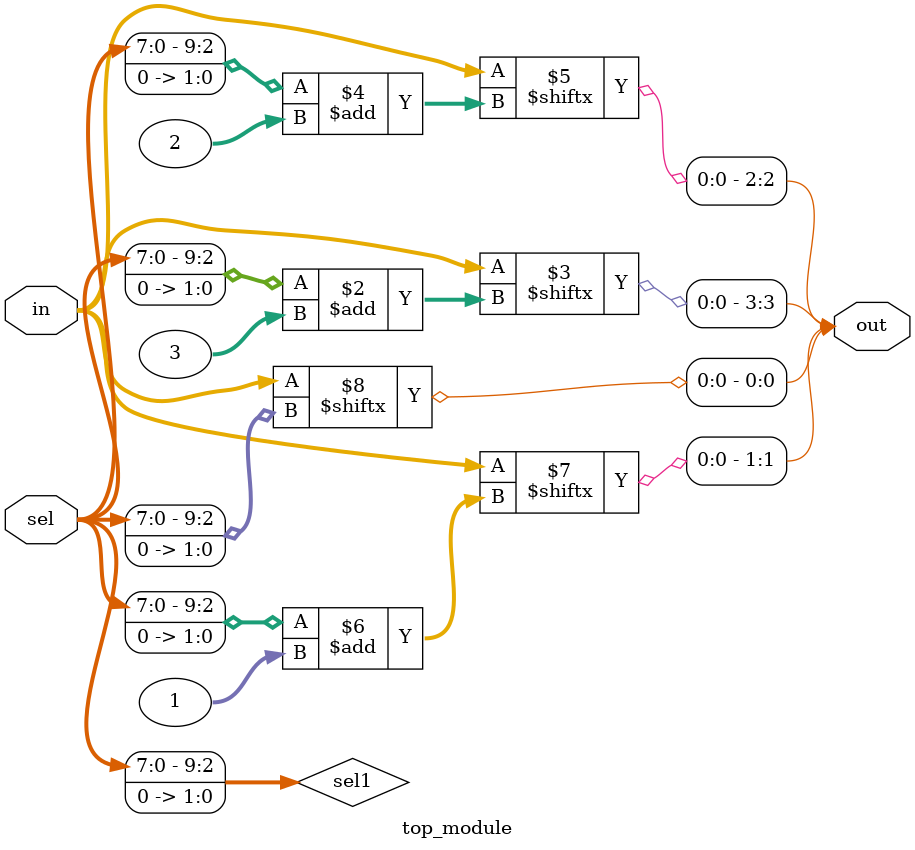
<source format=v>
module top_module( 
    input [1023:0] in,
    input [7:0] sel,
    output [3:0] out );
    wire [9:0] sel1;
    assign sel1 = sel<<2;
    assign out[3] = in [sel1+3];
    assign out[2] = in [sel1+2];
    assign out[1] = in [sel1+1];
    assign out[0] = in[sel1];
endmodule

</source>
